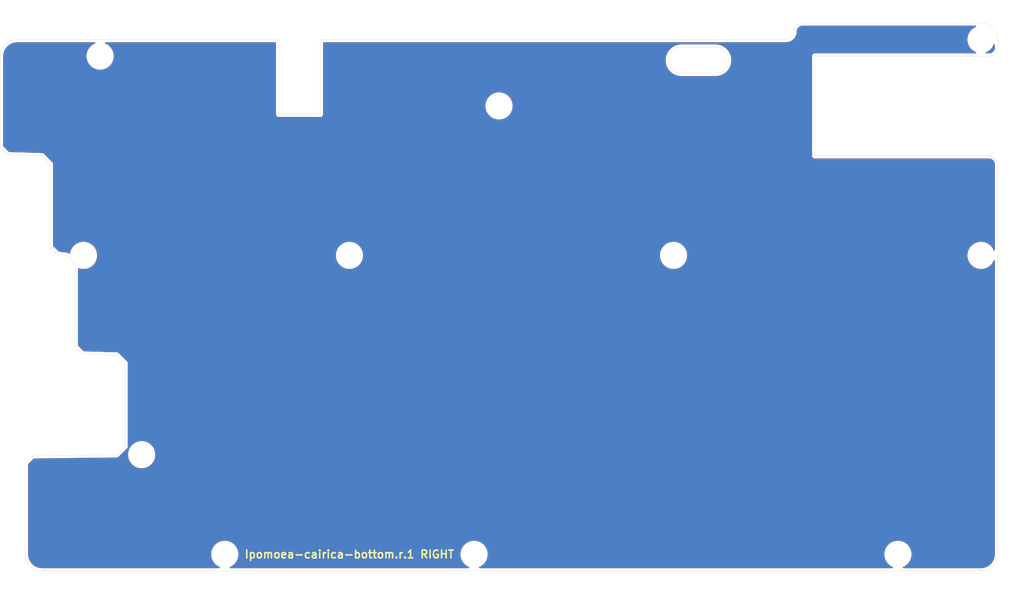
<source format=kicad_pcb>
(kicad_pcb (version 20171130) (host pcbnew "(5.1.5)-3")

  (general
    (thickness 1.6)
    (drawings 28)
    (tracks 0)
    (zones 0)
    (modules 15)
    (nets 1)
  )

  (page A4)
  (layers
    (0 F.Cu signal)
    (31 B.Cu signal)
    (32 B.Adhes user)
    (33 F.Adhes user)
    (34 B.Paste user)
    (35 F.Paste user)
    (36 B.SilkS user)
    (37 F.SilkS user)
    (38 B.Mask user)
    (39 F.Mask user)
    (40 Dwgs.User user)
    (41 Cmts.User user)
    (42 Eco1.User user)
    (43 Eco2.User user)
    (44 Edge.Cuts user)
    (45 Margin user)
    (46 B.CrtYd user)
    (47 F.CrtYd user)
    (48 B.Fab user)
    (49 F.Fab user)
  )

  (setup
    (last_trace_width 0.25)
    (trace_clearance 0.2)
    (zone_clearance 0.508)
    (zone_45_only no)
    (trace_min 0.2)
    (via_size 0.8)
    (via_drill 0.4)
    (via_min_size 0.4)
    (via_min_drill 0.3)
    (uvia_size 0.3)
    (uvia_drill 0.1)
    (uvias_allowed no)
    (uvia_min_size 0.2)
    (uvia_min_drill 0.1)
    (edge_width 0.05)
    (segment_width 0.2)
    (pcb_text_width 0.3)
    (pcb_text_size 1.5 1.5)
    (mod_edge_width 0.12)
    (mod_text_size 1 1)
    (mod_text_width 0.15)
    (pad_size 4.8 4.8)
    (pad_drill 4.8)
    (pad_to_mask_clearance 0.051)
    (solder_mask_min_width 0.25)
    (aux_axis_origin 0 0)
    (visible_elements 7FFFFFFF)
    (pcbplotparams
      (layerselection 0x010f0_ffffffff)
      (usegerberextensions true)
      (usegerberattributes false)
      (usegerberadvancedattributes false)
      (creategerberjobfile false)
      (excludeedgelayer true)
      (linewidth 0.100000)
      (plotframeref false)
      (viasonmask false)
      (mode 1)
      (useauxorigin false)
      (hpglpennumber 1)
      (hpglpenspeed 20)
      (hpglpendiameter 15.000000)
      (psnegative false)
      (psa4output false)
      (plotreference true)
      (plotvalue true)
      (plotinvisibletext false)
      (padsonsilk false)
      (subtractmaskfromsilk true)
      (outputformat 1)
      (mirror false)
      (drillshape 0)
      (scaleselection 1)
      (outputdirectory "../GERBER/Ipomoea-cairica-bottom_RIGHT"))
  )

  (net 0 "")

  (net_class Default "これはデフォルトのネット クラスです。"
    (clearance 0.2)
    (trace_width 0.25)
    (via_dia 0.8)
    (via_drill 0.4)
    (uvia_dia 0.3)
    (uvia_drill 0.1)
  )

  (module Ipomoea-cairica:M2_SCREW_HOLE_CL (layer F.Cu) (tedit 5E5669A5) (tstamp 5E530EF4)
    (at 222.25 31.75)
    (attr virtual)
    (fp_text reference M2_SPACER_HOLE_004 (at -0.95 -0.55) (layer F.Fab) hide
      (effects (font (size 1 1) (thickness 0.15)))
    )
    (fp_text value Val** (at 0 0.55) (layer F.Fab) hide
      (effects (font (size 1 1) (thickness 0.15)))
    )
    (pad "" np_thru_hole circle (at 0 0) (size 2.2 2.2) (drill 2.2) (layers *.Cu *.Mask)
      (clearance 1.5))
  )

  (module Ipomoea-cairica:M2_SCREW_HOLE_CL (layer F.Cu) (tedit 5E5669A5) (tstamp 5E52562B)
    (at 169.8625 117.475)
    (attr virtual)
    (fp_text reference M2_SPACER_HOLE_002 (at -0.95 -0.55) (layer F.Fab) hide
      (effects (font (size 1 1) (thickness 0.15)))
    )
    (fp_text value Val** (at 0 0.55) (layer F.Fab) hide
      (effects (font (size 1 1) (thickness 0.15)))
    )
    (pad "" np_thru_hole circle (at 0 0) (size 2.2 2.2) (drill 2.2) (layers *.Cu *.Mask)
      (clearance 1.5))
  )

  (module Ipomoea-cairica:M2_SCREW_HOLE_CL (layer F.Cu) (tedit 5E5669A5) (tstamp 5E530222)
    (at 314.325 60.325)
    (attr virtual)
    (fp_text reference M2_SPACER_HOLE_007 (at -0.95 -0.55) (layer F.Fab) hide
      (effects (font (size 1 1) (thickness 0.15)))
    )
    (fp_text value Val** (at 0 0.55) (layer F.Fab) hide
      (effects (font (size 1 1) (thickness 0.15)))
    )
    (pad "" np_thru_hole circle (at 0 0) (size 2.2 2.2) (drill 2.2) (layers *.Cu *.Mask)
      (clearance 1.5))
  )

  (module Ipomoea-cairica:M2_SCREW_HOLE_CL (layer F.Cu) (tedit 5E5669A5) (tstamp 5E5301EC)
    (at 298.45 117.475)
    (attr virtual)
    (fp_text reference M2_SPACER_HOLE_009 (at -0.95 -0.55) (layer F.Fab) hide
      (effects (font (size 1 1) (thickness 0.15)))
    )
    (fp_text value Val** (at 0 0.55) (layer F.Fab) hide
      (effects (font (size 1 1) (thickness 0.15)))
    )
    (pad "" np_thru_hole circle (at 0 0) (size 2.2 2.2) (drill 2.2) (layers *.Cu *.Mask)
      (clearance 1.5))
  )

  (module Ipomoea-cairica:M2_SCREW_HOLE_CL (layer F.Cu) (tedit 5E5669A5) (tstamp 5E5301E0)
    (at 217.4875 117.475)
    (attr virtual)
    (fp_text reference M2_SPACER_HOLE_010 (at -0.95 -0.55) (layer F.Fab) hide
      (effects (font (size 1 1) (thickness 0.15)))
    )
    (fp_text value Val** (at 0 0.55) (layer F.Fab) hide
      (effects (font (size 1 1) (thickness 0.15)))
    )
    (pad "" np_thru_hole circle (at 0 0) (size 2.2 2.2) (drill 2.2) (layers *.Cu *.Mask)
      (clearance 1.5))
  )

  (module Ipomoea-cairica:M2_SCREW_HOLE_CL (layer F.Cu) (tedit 5E5669A5) (tstamp 5E52F9C9)
    (at 314.325 19.05)
    (attr virtual)
    (fp_text reference M2_SPACER_HOLE_011 (at -0.95 -0.55) (layer F.Fab) hide
      (effects (font (size 1 1) (thickness 0.15)))
    )
    (fp_text value Val** (at 0 0.55) (layer F.Fab) hide
      (effects (font (size 1 1) (thickness 0.15)))
    )
    (pad "" np_thru_hole circle (at 0 0) (size 2.2 2.2) (drill 2.2) (layers *.Cu *.Mask)
      (clearance 1.5))
  )

  (module Ipomoea-cairica:M2_SCREW_HOLE_CL (layer F.Cu) (tedit 5E5669A5) (tstamp 5E52F9C1)
    (at 146.05 22.225)
    (attr virtual)
    (fp_text reference M2_SPACER_HOLE_012 (at -0.95 -0.55) (layer F.Fab) hide
      (effects (font (size 1 1) (thickness 0.15)))
    )
    (fp_text value Val** (at 0 0.55) (layer F.Fab) hide
      (effects (font (size 1 1) (thickness 0.15)))
    )
    (pad "" np_thru_hole circle (at 0 0) (size 2.2 2.2) (drill 2.2) (layers *.Cu *.Mask)
      (clearance 1.5))
  )

  (module Ipomoea-cairica:M2_SCREW_HOLE_CL (layer F.Cu) (tedit 5E5669A5) (tstamp 5E52F9B9)
    (at 255.5875 60.325)
    (attr virtual)
    (fp_text reference M2_SPACER_HOLE_013 (at -0.95 -0.55) (layer F.Fab) hide
      (effects (font (size 1 1) (thickness 0.15)))
    )
    (fp_text value Val** (at 0 0.55) (layer F.Fab) hide
      (effects (font (size 1 1) (thickness 0.15)))
    )
    (pad "" np_thru_hole circle (at 0 0) (size 2.2 2.2) (drill 2.2) (layers *.Cu *.Mask)
      (clearance 1.5))
  )

  (module Ipomoea-cairica:M2_SCREW_HOLE_CL (layer F.Cu) (tedit 5E5669A5) (tstamp 5E52F354)
    (at 142.875 60.325)
    (attr virtual)
    (fp_text reference M2_SPACER_HOLE_017 (at -0.95 -0.55) (layer F.Fab) hide
      (effects (font (size 1 1) (thickness 0.15)))
    )
    (fp_text value Val** (at 0 0.55) (layer F.Fab) hide
      (effects (font (size 1 1) (thickness 0.15)))
    )
    (pad "" np_thru_hole circle (at 0 0) (size 2.2 2.2) (drill 2.2) (layers *.Cu *.Mask)
      (clearance 1.5))
  )

  (module Ipomoea-cairica:M2_SCREW_HOLE_CL (layer F.Cu) (tedit 5E5669A5) (tstamp 5E52F34C)
    (at 153.9875 98.425)
    (attr virtual)
    (fp_text reference M2_SPACER_HOLE_019 (at -0.95 -0.55) (layer F.Fab) hide
      (effects (font (size 1 1) (thickness 0.15)))
    )
    (fp_text value Val** (at 0 0.55) (layer F.Fab) hide
      (effects (font (size 1 1) (thickness 0.15)))
    )
    (pad "" np_thru_hole circle (at 0 0) (size 2.2 2.2) (drill 2.2) (layers *.Cu *.Mask)
      (clearance 1.5))
  )

  (module Ipomoea-cairica:M2_SCREW_HOLE_CL (layer F.Cu) (tedit 5E5669A5) (tstamp 5E52559F)
    (at 193.675 60.325)
    (attr virtual)
    (fp_text reference M2_SPACER_HOLE_003 (at -0.95 -0.55) (layer F.Fab) hide
      (effects (font (size 1 1) (thickness 0.15)))
    )
    (fp_text value Val** (at 0 0.55) (layer F.Fab) hide
      (effects (font (size 1 1) (thickness 0.15)))
    )
    (pad "" np_thru_hole circle (at 0 0) (size 2.2 2.2) (drill 2.2) (layers *.Cu *.Mask)
      (clearance 1.5))
  )

  (module Ipomoea-cairica:CUT_HOLE_CENTER_RIGHT (layer F.Cu) (tedit 5E56608B) (tstamp 5E52B174)
    (at 141.2875 69.85)
    (fp_text reference CUT_HOLE_CENTER (at 0 1.5875) (layer Dwgs.User)
      (effects (font (size 1 1) (thickness 0.15)))
    )
    (fp_text value CUT_HOLE_CENTER_RIGHT (at 0 -1.5875) (layer Dwgs.User)
      (effects (font (size 1 1) (thickness 0.15)))
    )
    (fp_line (start -14.2875 -30.1625) (end -12.9 -28.7745) (layer Edge.Cuts) (width 0.05))
    (fp_line (start -4.7625 -11.1125) (end -3.375 -9.7245) (layer Edge.Cuts) (width 0.05))
    (fp_line (start -9.525 30.1625) (end -8.137 28.775) (layer Edge.Cuts) (width 0.05))
    (fp_line (start 0 7.9375) (end 1.3875 9.3255) (layer Edge.Cuts) (width 0.05))
    (fp_line (start 7.9375 28.575) (end 9.525 26.9875) (layer Edge.Cuts) (width 0.05))
    (fp_line (start -6.35 -28.575) (end -4.7625 -26.9875) (layer Edge.Cuts) (width 0.05))
    (fp_line (start -1.5875 -9.525) (end 0 -7.9375) (layer Edge.Cuts) (width 0.05))
    (fp_line (start 7.9375 9.525) (end 9.525 11.1125) (layer Edge.Cuts) (width 0.05))
    (fp_line (start -9.525 30.1625) (end -9.525 47.625) (layer Edge.Cuts) (width 0.05))
    (fp_line (start 7.9375 28.575) (end -8.137 28.775) (layer Edge.Cuts) (width 0.05))
    (fp_line (start 9.5255 11.1125) (end 9.525 26.9875) (layer Edge.Cuts) (width 0.05))
    (fp_line (start 1.3875 9.3255) (end 7.9375 9.525) (layer Edge.Cuts) (width 0.05))
    (fp_line (start 0 -7.9375) (end 0 7.9375) (layer Edge.Cuts) (width 0.05))
    (fp_line (start -3.375 -9.7245) (end -1.5875 -9.525) (layer Edge.Cuts) (width 0.05))
    (fp_line (start -4.7625 -26.9875) (end -4.7625 -11.1125) (layer Edge.Cuts) (width 0.05))
    (fp_line (start -12.9 -28.7745) (end -6.35 -28.575) (layer Edge.Cuts) (width 0.05))
    (fp_line (start -14.2875 -47.625) (end -14.2875 -30.1625) (layer Edge.Cuts) (width 0.05))
  )

  (module Ipomoea-cairica:ResetSW_1side_HOLE (layer B.Cu) (tedit 5E52BCDB) (tstamp 5E52BBC6)
    (at 260.35 23.01875 180)
    (path /5E9D02A8)
    (fp_text reference SW_RST2 (at 0 -2.55) (layer Dwgs.User) hide
      (effects (font (size 1 1) (thickness 0.15)))
    )
    (fp_text value SW_PUSH (at 0 2.55) (layer B.Fab)
      (effects (font (size 1 1) (thickness 0.15)) (justify mirror))
    )
    (fp_line (start -3.25 -2.5) (end 3.25 -2.5) (layer Edge.Cuts) (width 0.05))
    (fp_line (start -3.25 2.5) (end 3.25 2.5) (layer Edge.Cuts) (width 0.05))
    (fp_arc (start 3.25 0) (end 3.25 -2.5) (angle 180) (layer Edge.Cuts) (width 0.05))
    (fp_arc (start -3.25 0) (end -3.25 2.5) (angle 180) (layer Edge.Cuts) (width 0.05))
    (fp_circle (center -3.25 0) (end -2.25 0) (layer Dwgs.User) (width 0.12))
    (fp_circle (center 3.25 0) (end 4.25 0) (layer Dwgs.User) (width 0.12))
    (fp_text user RESET (at 0 0) (layer Dwgs.User)
      (effects (font (size 1 1) (thickness 0.15)))
    )
    (fp_line (start 3 1.75) (end 3 1.5) (layer Dwgs.User) (width 0.15))
    (fp_line (start -3 1.75) (end 3 1.75) (layer Dwgs.User) (width 0.15))
    (fp_line (start -3 1.75) (end -3 1.5) (layer Dwgs.User) (width 0.15))
    (fp_line (start -3 -1.75) (end -3 -1.5) (layer Dwgs.User) (width 0.15))
    (fp_line (start 3 -1.75) (end 3 -1.5) (layer Dwgs.User) (width 0.15))
    (fp_line (start -3 -1.75) (end 3 -1.75) (layer Dwgs.User) (width 0.15))
  )

  (module Ipomoea-cairica:ProMicro_Layout (layer F.Cu) (tedit 5E5274C1) (tstamp 5E52749E)
    (at 298.45 32.015 270)
    (path /5E706045)
    (fp_text reference U2 (at 0 0.5 90) (layer Dwgs.User)
      (effects (font (size 1 1) (thickness 0.15)))
    )
    (fp_text value ProMicro_Layout (at 0 -0.5 90) (layer F.Fab)
      (effects (font (size 1 1) (thickness 0.15)))
    )
    (fp_circle (center -7.62 13.97) (end -6.858 13.97) (layer Dwgs.User) (width 0.12))
    (fp_circle (center -7.62 11.43) (end -6.858 11.43) (layer Dwgs.User) (width 0.12))
    (fp_circle (center -7.62 6.35) (end -6.858 6.35) (layer Dwgs.User) (width 0.12))
    (fp_circle (center -7.62 -1.27) (end -6.858 -1.27) (layer Dwgs.User) (width 0.12))
    (fp_circle (center -7.62 1.27) (end -6.858 1.27) (layer Dwgs.User) (width 0.12))
    (fp_circle (center -7.62 8.89) (end -6.858 8.89) (layer Dwgs.User) (width 0.12))
    (fp_circle (center -7.62 3.81) (end -6.858 3.81) (layer Dwgs.User) (width 0.12))
    (fp_circle (center -7.62 -3.81) (end -6.858 -3.81) (layer Dwgs.User) (width 0.12))
    (fp_circle (center -7.62 -6.35) (end -6.858 -6.35) (layer Dwgs.User) (width 0.12))
    (fp_circle (center -7.62 -8.89) (end -6.858 -8.89) (layer Dwgs.User) (width 0.12))
    (fp_circle (center -7.62 -11.43) (end -6.858 -11.43) (layer Dwgs.User) (width 0.12))
    (fp_circle (center -7.62 -13.97) (end -6.858 -13.97) (layer Dwgs.User) (width 0.12))
    (fp_circle (center 7.62 13.97) (end 8.382 13.97) (layer Dwgs.User) (width 0.12))
    (fp_circle (center 7.62 11.43) (end 8.382 11.43) (layer Dwgs.User) (width 0.12))
    (fp_circle (center 7.62 8.89) (end 8.382 8.89) (layer Dwgs.User) (width 0.12))
    (fp_circle (center 7.62 -3.81) (end 8.382 -3.81) (layer Dwgs.User) (width 0.12))
    (fp_circle (center 7.62 6.35) (end 8.382 6.35) (layer Dwgs.User) (width 0.12))
    (fp_circle (center 7.62 3.81) (end 8.382 3.81) (layer Dwgs.User) (width 0.12))
    (fp_circle (center 7.62 -1.27) (end 8.382 -1.27) (layer Dwgs.User) (width 0.12))
    (fp_circle (center 7.62 1.27) (end 8.382 1.27) (layer Dwgs.User) (width 0.12))
    (fp_circle (center 7.62 -6.35) (end 8.382 -6.35) (layer Dwgs.User) (width 0.12))
    (fp_circle (center 7.62 -8.89) (end 8.382 -8.89) (layer Dwgs.User) (width 0.12))
    (fp_circle (center 7.62 -11.43) (end 8.382 -11.43) (layer Dwgs.User) (width 0.12))
    (fp_circle (center 7.62 -13.97) (end 8.382 -13.97) (layer Dwgs.User) (width 0.12))
    (fp_circle (center -7.62 -16.51) (end -6.858 -16.51) (layer Dwgs.User) (width 0.12))
    (fp_circle (center 7.62 -16.51) (end 8.382 -16.51) (layer Dwgs.User) (width 0.12))
    (fp_text user ProMicro (at 0 13.97 270 unlocked) (layer Dwgs.User)
      (effects (font (size 1 1) (thickness 0.15)) (justify mirror))
    )
    (fp_text user D3 (at 5.08 -13.97 90) (layer Dwgs.User)
      (effects (font (size 0.8 0.8) (thickness 0.15)) (justify mirror))
    )
    (fp_text user F6 (at -5.08 1.27 270 unlocked) (layer Dwgs.User)
      (effects (font (size 0.8 0.8) (thickness 0.15)) (justify mirror))
    )
    (fp_text user B3 (at -5.08 8.89 270 unlocked) (layer Dwgs.User)
      (effects (font (size 0.8 0.8) (thickness 0.15)) (justify mirror))
    )
    (fp_text user D0 (at 5.08 -1.27 270 unlocked) (layer Dwgs.User)
      (effects (font (size 0.8 0.8) (thickness 0.15)) (justify mirror))
    )
    (fp_text user D7 (at 5.08 6.35 270 unlocked) (layer Dwgs.User)
      (effects (font (size 0.8 0.8) (thickness 0.15)) (justify mirror))
    )
    (fp_text user C6 (at 5.08 3.81 270 unlocked) (layer Dwgs.User)
      (effects (font (size 0.8 0.8) (thickness 0.15)) (justify mirror))
    )
    (fp_text user F7 (at -5.08 3.81 270 unlocked) (layer Dwgs.User)
      (effects (font (size 0.8 0.8) (thickness 0.15)) (justify mirror))
    )
    (fp_text user B5 (at 5.08 13.97 270 unlocked) (layer Dwgs.User)
      (effects (font (size 0.8 0.8) (thickness 0.15)) (justify mirror))
    )
    (fp_text user B6 (at -5.08 13.97 270 unlocked) (layer Dwgs.User)
      (effects (font (size 0.8 0.8) (thickness 0.15)) (justify mirror))
    )
    (fp_text user D1 (at 5.08 -3.81 270 unlocked) (layer Dwgs.User)
      (effects (font (size 0.8 0.8) (thickness 0.15)) (justify mirror))
    )
    (fp_text user F5 (at -5.08 -1.27 270 unlocked) (layer Dwgs.User)
      (effects (font (size 0.8 0.8) (thickness 0.15)) (justify mirror))
    )
    (fp_text user B4 (at 5.08 11.43 270 unlocked) (layer Dwgs.User)
      (effects (font (size 0.8 0.8) (thickness 0.15)) (justify mirror))
    )
    (fp_text user F4 (at -5.08 -3.81 270 unlocked) (layer Dwgs.User)
      (effects (font (size 0.8 0.8) (thickness 0.15)) (justify mirror))
    )
    (fp_text user RST (at -5.08 -8.89 270 unlocked) (layer Dwgs.User)
      (effects (font (size 0.8 0.8) (thickness 0.15)) (justify mirror))
    )
    (fp_text user VCC (at -5.08 -6.35 270 unlocked) (layer Dwgs.User)
      (effects (font (size 0.8 0.8) (thickness 0.15)) (justify mirror))
    )
    (fp_text user GND (at -5.08 -11.43 270 unlocked) (layer Dwgs.User)
      (effects (font (size 0.8 0.8) (thickness 0.15)) (justify mirror))
    )
    (fp_text user GND (at 5.08 -6.35 270 unlocked) (layer Dwgs.User)
      (effects (font (size 0.8 0.8) (thickness 0.15)) (justify mirror))
    )
    (fp_text user E6 (at 5.08 8.89 270 unlocked) (layer Dwgs.User)
      (effects (font (size 0.8 0.8) (thickness 0.15)) (justify mirror))
    )
    (fp_text user D2 (at 5.08 -11.43 270 unlocked) (layer Dwgs.User)
      (effects (font (size 0.8 0.8) (thickness 0.15)) (justify mirror))
    )
    (fp_text user GND (at 5.08 -8.89 270 unlocked) (layer Dwgs.User)
      (effects (font (size 0.8 0.8) (thickness 0.15)) (justify mirror))
    )
    (fp_text user D4 (at 5.08 1.27 270 unlocked) (layer Dwgs.User)
      (effects (font (size 0.8 0.8) (thickness 0.15)) (justify mirror))
    )
    (fp_text user B2 (at -5.08 11.43 270 unlocked) (layer Dwgs.User)
      (effects (font (size 0.8 0.8) (thickness 0.15)) (justify mirror))
    )
    (fp_text user RAW (at -5.08 -13.97 270 unlocked) (layer Dwgs.User)
      (effects (font (size 0.8 0.8) (thickness 0.15)) (justify mirror))
    )
    (fp_text user B1 (at -5.08 6.35 90) (layer Dwgs.User)
      (effects (font (size 0.8 0.8) (thickness 0.15)) (justify mirror))
    )
    (fp_line (start 8.89 -17.78) (end 8.89 15.24) (layer Dwgs.User) (width 0.2))
    (fp_line (start -8.89 15.24) (end -8.89 -17.78) (layer Dwgs.User) (width 0.2))
    (fp_line (start 3.81 -19.05) (end -3.81 -19.05) (layer Dwgs.User) (width 0.2))
    (fp_line (start 8.89 15.24) (end -8.89 15.24) (layer Dwgs.User) (width 0.2))
    (fp_line (start -3.81 -19.05) (end -3.81 -15.24) (layer Dwgs.User) (width 0.2))
    (fp_line (start 3.81 -15.24) (end 3.81 -19.05) (layer Dwgs.User) (width 0.2))
    (fp_line (start -3.81 -15.24) (end 3.81 -15.24) (layer Dwgs.User) (width 0.2))
    (fp_line (start -8.89 -17.78) (end 8.89 -17.78) (layer Dwgs.User) (width 0.2))
  )

  (module Ipomoea-cairica:MJ-4PP-9_1side_Layout (layer B.Cu) (tedit 5E52751B) (tstamp 5E526C0C)
    (at 184.15 20.6375 180)
    (path /5E70603F)
    (fp_text reference J2 (at -0.85 -4.95) (layer B.Fab)
      (effects (font (size 1 1) (thickness 0.15)) (justify mirror))
    )
    (fp_text value MJ-4PP-9 (at 0 -14) (layer B.Fab) hide
      (effects (font (size 1 1) (thickness 0.15)) (justify mirror))
    )
    (fp_circle (center -2.1 -12.18) (end -1.25 -12.18) (layer Dwgs.User) (width 0.12))
    (fp_text user TRRS (at -0.75 -6.45) (layer Dwgs.User)
      (effects (font (size 1 1) (thickness 0.15)))
    )
    (fp_line (start -3 -12) (end -3 0) (layer Dwgs.User) (width 0.15))
    (fp_line (start 3 -12) (end -3 -12) (layer Dwgs.User) (width 0.15))
    (fp_line (start 3 0) (end 3 -12) (layer Dwgs.User) (width 0.15))
    (fp_line (start -3 0) (end 3 0) (layer Dwgs.User) (width 0.15))
    (model "../../../../../../Users/pluis/Documents/Magic Briefcase/Documents/KiCad/3d/AB2_TRS_3p5MM_PTH.wrl"
      (at (xyz 0 0 0))
      (scale (xyz 0.42 0.42 0.42))
      (rotate (xyz 0 0 90))
    )
  )

  (dimension 104.775 (width 0.15) (layer Dwgs.User)
    (gr_text "104.775 mm" (at 321.18125 68.2625 270) (layer Dwgs.User)
      (effects (font (size 1 1) (thickness 0.15)))
    )
    (feature1 (pts (xy 317.5 120.65) (xy 320.467671 120.65)))
    (feature2 (pts (xy 317.5 15.875) (xy 320.467671 15.875)))
    (crossbar (pts (xy 319.88125 15.875) (xy 319.88125 120.65)))
    (arrow1a (pts (xy 319.88125 120.65) (xy 319.294829 119.523496)))
    (arrow1b (pts (xy 319.88125 120.65) (xy 320.467671 119.523496)))
    (arrow2a (pts (xy 319.88125 15.875) (xy 319.294829 17.001504)))
    (arrow2b (pts (xy 319.88125 15.875) (xy 320.467671 17.001504)))
  )
  (dimension 190.5 (width 0.15) (layer Dwgs.User)
    (gr_text "190.500 mm" (at 222.25 12.19375) (layer Dwgs.User)
      (effects (font (size 1 1) (thickness 0.15)))
    )
    (feature1 (pts (xy 317.5 15.875) (xy 317.5 12.907329)))
    (feature2 (pts (xy 127 15.875) (xy 127 12.907329)))
    (crossbar (pts (xy 127 13.49375) (xy 317.5 13.49375)))
    (arrow1a (pts (xy 317.5 13.49375) (xy 316.373496 14.080171)))
    (arrow1b (pts (xy 317.5 13.49375) (xy 316.373496 12.907329)))
    (arrow2a (pts (xy 127 13.49375) (xy 128.126504 14.080171)))
    (arrow2b (pts (xy 127 13.49375) (xy 128.126504 12.907329)))
  )
  (gr_line (start 282.575 22.225) (end 315.9125 22.225) (layer Edge.Cuts) (width 0.05) (tstamp 5E53A4C5))
  (gr_line (start 317.5 19.05) (end 317.5 20.6375) (layer Edge.Cuts) (width 0.05) (tstamp 5E553999))
  (gr_arc (start 315.9125 42.8625) (end 315.9125 41.275) (angle 90) (layer Edge.Cuts) (width 0.05) (tstamp 5E553998))
  (gr_arc (start 315.9125 20.6375) (end 317.5 20.6375) (angle 90) (layer Edge.Cuts) (width 0.05) (tstamp 5E553997))
  (gr_line (start 314.325 15.875) (end 280.19375 15.875) (layer Edge.Cuts) (width 0.05) (tstamp 5E56CA0B))
  (gr_arc (start 280.19375 17.4625) (end 278.60625 17.4625) (angle 90) (layer Edge.Cuts) (width 0.05) (tstamp 5E56CA0A))
  (gr_arc (start 277.01875 17.4625) (end 278.60625 17.4625) (angle 90) (layer Edge.Cuts) (width 0.05) (tstamp 5E56CA09))
  (gr_arc (start 314.325 19.05) (end 314.325 15.875) (angle 90) (layer Edge.Cuts) (width 0.05) (tstamp 5E56CA08))
  (gr_text "Ipomoea-cairica-bottom.r.1 RIGHT" (at 193.675 117.475) (layer F.SilkS) (tstamp 5E5377A6)
    (effects (font (size 1.5 1.5) (thickness 0.3)))
  )
  (gr_text Ipomoea-cairica (at 193.675 117.475) (layer B.Mask) (tstamp 5E5377A5)
    (effects (font (size 1.5 1.5) (thickness 0.3)) (justify mirror))
  )
  (gr_line (start 188.11875 19.05) (end 277.01875 19.05) (layer Edge.Cuts) (width 0.05) (tstamp 5E5407FA))
  (gr_line (start 180.18125 33.3375) (end 188.11875 33.3375) (layer Edge.Cuts) (width 0.05) (tstamp 5E5407F4))
  (gr_line (start 180.18125 33.3375) (end 180.18125 19.05) (layer Edge.Cuts) (width 0.05) (tstamp 5E5407F0))
  (gr_line (start 188.11875 33.3375) (end 188.11875 19.05) (layer Edge.Cuts) (width 0.05) (tstamp 5E5407EF))
  (gr_line (start 315.9125 41.275) (end 282.575 41.275) (layer Edge.Cuts) (width 0.05) (tstamp 5E53A4C7))
  (gr_line (start 282.575 22.225) (end 282.575 41.275) (layer Edge.Cuts) (width 0.05) (tstamp 5E53A4C6))
  (gr_arc (start 130.175 22.225) (end 130.175 19.05) (angle -90) (layer Edge.Cuts) (width 0.05) (tstamp 5E5346B3))
  (gr_arc (start 134.9375 117.475) (end 131.7625 117.475) (angle -90) (layer Edge.Cuts) (width 0.05) (tstamp 5E593759))
  (gr_line (start 130.175 19.05) (end 180.18125 19.05) (layer Edge.Cuts) (width 0.05) (tstamp 5E531695))
  (gr_line (start 134.9375 120.65) (end 314.325 120.65) (layer Edge.Cuts) (width 0.05) (tstamp 5E59373B))
  (gr_arc (start 314.325 117.475) (end 314.325 120.65) (angle -90) (layer Edge.Cuts) (width 0.05) (tstamp 5E593717))
  (gr_line (start 317.5 42.8625) (end 317.5 117.475) (layer Edge.Cuts) (width 0.05))
  (gr_text "JIS RALT 1.25u\nUS .DEL 1u" (at 219.075 122.2375) (layer Dwgs.User) (tstamp 5E542239)
    (effects (font (size 1.5 1.5) (thickness 0.3)) (justify left))
  )
  (gr_text "JIS KANA 1.25u\nUS GUI 1.25u" (at 196.85 122.2375) (layer Dwgs.User) (tstamp 5E542236)
    (effects (font (size 1.5 1.5) (thickness 0.3)) (justify left))
  )
  (gr_text "JIS HEN 1.25u\nUS RALT 1.25u" (at 173.0375 122.2375) (layer Dwgs.User) (tstamp 5E542232)
    (effects (font (size 1.5 1.5) (thickness 0.3)) (justify left))
  )
  (gr_text "00 2u" (at 141.2875 122.2375) (layer Dwgs.User) (tstamp 5E54222F)
    (effects (font (size 1.5 1.5) (thickness 0.3)) (justify left))
  )

  (zone (net 0) (net_name "") (layer B.Cu) (tstamp 5E567180) (hatch edge 0.508)
    (connect_pads (clearance 0.508))
    (min_thickness 0.254)
    (fill yes (arc_segments 32) (thermal_gap 0.508) (thermal_bridge_width 0.508))
    (polygon
      (pts
        (xy 317.5 120.65) (xy 127 120.65) (xy 127 15.875) (xy 317.5 15.875)
      )
    )
    (filled_polygon
      (pts
        (xy 313.033281 16.633364) (xy 312.586639 16.931801) (xy 312.206801 17.311639) (xy 311.908364 17.758281) (xy 311.702797 18.254563)
        (xy 311.598 18.781414) (xy 311.598 19.318586) (xy 311.702797 19.845437) (xy 311.908364 20.341719) (xy 312.206801 20.788361)
        (xy 312.586639 21.168199) (xy 313.033281 21.466636) (xy 313.270752 21.565) (xy 282.607419 21.565) (xy 282.575 21.561807)
        (xy 282.509298 21.568278) (xy 282.445617 21.57455) (xy 282.321207 21.61229) (xy 282.20655 21.673575) (xy 282.106052 21.756052)
        (xy 282.023575 21.85655) (xy 281.96229 21.971207) (xy 281.92455 22.095617) (xy 281.911807 22.225) (xy 281.915 22.257419)
        (xy 281.915001 41.242571) (xy 281.911807 41.275) (xy 281.92455 41.404383) (xy 281.96229 41.528793) (xy 282.023575 41.64345)
        (xy 282.106052 41.743948) (xy 282.20655 41.826425) (xy 282.321207 41.88771) (xy 282.445617 41.92545) (xy 282.542581 41.935)
        (xy 282.575 41.938193) (xy 282.607419 41.935) (xy 315.880221 41.935) (xy 316.092038 41.955769) (xy 316.264737 42.00791)
        (xy 316.424018 42.092602) (xy 316.563819 42.206619) (xy 316.678808 42.345617) (xy 316.76461 42.504305) (xy 316.817955 42.676635)
        (xy 316.84 42.88638) (xy 316.84 59.270753) (xy 316.741636 59.033281) (xy 316.443199 58.586639) (xy 316.063361 58.206801)
        (xy 315.616719 57.908364) (xy 315.120437 57.702797) (xy 314.593586 57.598) (xy 314.056414 57.598) (xy 313.529563 57.702797)
        (xy 313.033281 57.908364) (xy 312.586639 58.206801) (xy 312.206801 58.586639) (xy 311.908364 59.033281) (xy 311.702797 59.529563)
        (xy 311.598 60.056414) (xy 311.598 60.593586) (xy 311.702797 61.120437) (xy 311.908364 61.616719) (xy 312.206801 62.063361)
        (xy 312.586639 62.443199) (xy 313.033281 62.741636) (xy 313.529563 62.947203) (xy 314.056414 63.052) (xy 314.593586 63.052)
        (xy 315.120437 62.947203) (xy 315.616719 62.741636) (xy 316.063361 62.443199) (xy 316.443199 62.063361) (xy 316.741636 61.616719)
        (xy 316.84 61.379247) (xy 316.840001 117.442712) (xy 316.788998 117.962883) (xy 316.647307 118.432186) (xy 316.417161 118.865028)
        (xy 316.107323 119.244927) (xy 315.7296 119.557406) (xy 315.298373 119.790569) (xy 314.830073 119.935532) (xy 314.311847 119.99)
        (xy 299.504248 119.99) (xy 299.741719 119.891636) (xy 300.188361 119.593199) (xy 300.568199 119.213361) (xy 300.866636 118.766719)
        (xy 301.072203 118.270437) (xy 301.177 117.743586) (xy 301.177 117.206414) (xy 301.072203 116.679563) (xy 300.866636 116.183281)
        (xy 300.568199 115.736639) (xy 300.188361 115.356801) (xy 299.741719 115.058364) (xy 299.245437 114.852797) (xy 298.718586 114.748)
        (xy 298.181414 114.748) (xy 297.654563 114.852797) (xy 297.158281 115.058364) (xy 296.711639 115.356801) (xy 296.331801 115.736639)
        (xy 296.033364 116.183281) (xy 295.827797 116.679563) (xy 295.723 117.206414) (xy 295.723 117.743586) (xy 295.827797 118.270437)
        (xy 296.033364 118.766719) (xy 296.331801 119.213361) (xy 296.711639 119.593199) (xy 297.158281 119.891636) (xy 297.395752 119.99)
        (xy 218.541748 119.99) (xy 218.779219 119.891636) (xy 219.225861 119.593199) (xy 219.605699 119.213361) (xy 219.904136 118.766719)
        (xy 220.109703 118.270437) (xy 220.2145 117.743586) (xy 220.2145 117.206414) (xy 220.109703 116.679563) (xy 219.904136 116.183281)
        (xy 219.605699 115.736639) (xy 219.225861 115.356801) (xy 218.779219 115.058364) (xy 218.282937 114.852797) (xy 217.756086 114.748)
        (xy 217.218914 114.748) (xy 216.692063 114.852797) (xy 216.195781 115.058364) (xy 215.749139 115.356801) (xy 215.369301 115.736639)
        (xy 215.070864 116.183281) (xy 214.865297 116.679563) (xy 214.7605 117.206414) (xy 214.7605 117.743586) (xy 214.865297 118.270437)
        (xy 215.070864 118.766719) (xy 215.369301 119.213361) (xy 215.749139 119.593199) (xy 216.195781 119.891636) (xy 216.433252 119.99)
        (xy 170.916748 119.99) (xy 171.154219 119.891636) (xy 171.600861 119.593199) (xy 171.980699 119.213361) (xy 172.279136 118.766719)
        (xy 172.484703 118.270437) (xy 172.5895 117.743586) (xy 172.5895 117.206414) (xy 172.484703 116.679563) (xy 172.279136 116.183281)
        (xy 171.980699 115.736639) (xy 171.600861 115.356801) (xy 171.154219 115.058364) (xy 170.657937 114.852797) (xy 170.131086 114.748)
        (xy 169.593914 114.748) (xy 169.067063 114.852797) (xy 168.570781 115.058364) (xy 168.124139 115.356801) (xy 167.744301 115.736639)
        (xy 167.445864 116.183281) (xy 167.240297 116.679563) (xy 167.1355 117.206414) (xy 167.1355 117.743586) (xy 167.240297 118.270437)
        (xy 167.445864 118.766719) (xy 167.744301 119.213361) (xy 168.124139 119.593199) (xy 168.570781 119.891636) (xy 168.808252 119.99)
        (xy 134.969778 119.99) (xy 134.449617 119.938998) (xy 133.980314 119.797307) (xy 133.547472 119.567161) (xy 133.167573 119.257323)
        (xy 132.855094 118.8796) (xy 132.621931 118.448373) (xy 132.476968 117.980073) (xy 132.4225 117.461847) (xy 132.4225 100.28595)
        (xy 133.427204 99.281608) (xy 149.196681 99.085403) (xy 149.225 99.088192) (xy 149.261508 99.084596) (xy 149.265627 99.084545)
        (xy 149.293797 99.081416) (xy 149.354382 99.075449) (xy 149.358346 99.074246) (xy 149.362465 99.073789) (xy 149.420517 99.055387)
        (xy 149.478792 99.03771) (xy 149.482447 99.035757) (xy 149.486395 99.034505) (xy 149.539707 99.005151) (xy 149.59345 98.976425)
        (xy 149.596656 98.973794) (xy 149.600281 98.971798) (xy 149.646833 98.932614) (xy 149.668766 98.914614) (xy 149.671681 98.911699)
        (xy 149.699745 98.888077) (xy 149.717522 98.865858) (xy 150.426966 98.156414) (xy 151.2605 98.156414) (xy 151.2605 98.693586)
        (xy 151.365297 99.220437) (xy 151.570864 99.716719) (xy 151.869301 100.163361) (xy 152.249139 100.543199) (xy 152.695781 100.841636)
        (xy 153.192063 101.047203) (xy 153.718914 101.152) (xy 154.256086 101.152) (xy 154.782937 101.047203) (xy 155.279219 100.841636)
        (xy 155.725861 100.543199) (xy 156.105699 100.163361) (xy 156.404136 99.716719) (xy 156.609703 99.220437) (xy 156.7145 98.693586)
        (xy 156.7145 98.156414) (xy 156.609703 97.629563) (xy 156.404136 97.133281) (xy 156.105699 96.686639) (xy 155.725861 96.306801)
        (xy 155.279219 96.008364) (xy 154.782937 95.802797) (xy 154.256086 95.698) (xy 153.718914 95.698) (xy 153.192063 95.802797)
        (xy 152.695781 96.008364) (xy 152.249139 96.306801) (xy 151.869301 96.686639) (xy 151.570864 97.133281) (xy 151.365297 97.629563)
        (xy 151.2605 98.156414) (xy 150.426966 98.156414) (xy 151.256267 97.327114) (xy 151.281433 97.306462) (xy 151.3021 97.281281)
        (xy 151.302114 97.281267) (xy 151.344781 97.229278) (xy 151.363913 97.205967) (xy 151.363915 97.205963) (xy 151.363925 97.205951)
        (xy 151.402767 97.133281) (xy 151.425202 97.091312) (xy 151.425205 97.091303) (xy 151.42521 97.091293) (xy 151.444817 97.026656)
        (xy 151.462945 96.966903) (xy 151.462946 96.966893) (xy 151.462949 96.966883) (xy 151.469654 96.898802) (xy 151.472498 96.869939)
        (xy 151.472498 96.86993) (xy 151.475692 96.837501) (xy 151.4725 96.805092) (xy 151.472999 80.989841) (xy 151.475692 80.962499)
        (xy 151.473001 80.935175) (xy 151.473001 80.930102) (xy 151.463454 80.833138) (xy 151.425717 80.708727) (xy 151.364436 80.594068)
        (xy 151.281962 80.493567) (xy 151.253992 80.470611) (xy 149.721738 78.938358) (xy 149.708006 78.920546) (xy 149.675889 78.892509)
        (xy 149.668766 78.885386) (xy 149.651455 78.871179) (xy 149.610066 78.835048) (xy 149.601284 78.830005) (xy 149.59345 78.823575)
        (xy 149.544966 78.79766) (xy 149.497328 78.770301) (xy 149.487729 78.767067) (xy 149.478792 78.76229) (xy 149.426202 78.746337)
        (xy 149.374124 78.728791) (xy 149.364075 78.727491) (xy 149.354382 78.724551) (xy 149.299713 78.719167) (xy 149.277496 78.716293)
        (xy 149.267422 78.715986) (xy 149.225 78.711808) (xy 149.202619 78.714012) (xy 142.956722 78.523775) (xy 141.9475 77.51419)
        (xy 141.9475 62.892501) (xy 142.079563 62.947203) (xy 142.606414 63.052) (xy 143.143586 63.052) (xy 143.670437 62.947203)
        (xy 144.166719 62.741636) (xy 144.613361 62.443199) (xy 144.993199 62.063361) (xy 145.291636 61.616719) (xy 145.497203 61.120437)
        (xy 145.602 60.593586) (xy 145.602 60.056414) (xy 190.948 60.056414) (xy 190.948 60.593586) (xy 191.052797 61.120437)
        (xy 191.258364 61.616719) (xy 191.556801 62.063361) (xy 191.936639 62.443199) (xy 192.383281 62.741636) (xy 192.879563 62.947203)
        (xy 193.406414 63.052) (xy 193.943586 63.052) (xy 194.470437 62.947203) (xy 194.966719 62.741636) (xy 195.413361 62.443199)
        (xy 195.793199 62.063361) (xy 196.091636 61.616719) (xy 196.297203 61.120437) (xy 196.402 60.593586) (xy 196.402 60.056414)
        (xy 252.8605 60.056414) (xy 252.8605 60.593586) (xy 252.965297 61.120437) (xy 253.170864 61.616719) (xy 253.469301 62.063361)
        (xy 253.849139 62.443199) (xy 254.295781 62.741636) (xy 254.792063 62.947203) (xy 255.318914 63.052) (xy 255.856086 63.052)
        (xy 256.382937 62.947203) (xy 256.879219 62.741636) (xy 257.325861 62.443199) (xy 257.705699 62.063361) (xy 258.004136 61.616719)
        (xy 258.209703 61.120437) (xy 258.3145 60.593586) (xy 258.3145 60.056414) (xy 258.209703 59.529563) (xy 258.004136 59.033281)
        (xy 257.705699 58.586639) (xy 257.325861 58.206801) (xy 256.879219 57.908364) (xy 256.382937 57.702797) (xy 255.856086 57.598)
        (xy 255.318914 57.598) (xy 254.792063 57.702797) (xy 254.295781 57.908364) (xy 253.849139 58.206801) (xy 253.469301 58.586639)
        (xy 253.170864 59.033281) (xy 252.965297 59.529563) (xy 252.8605 60.056414) (xy 196.402 60.056414) (xy 196.297203 59.529563)
        (xy 196.091636 59.033281) (xy 195.793199 58.586639) (xy 195.413361 58.206801) (xy 194.966719 57.908364) (xy 194.470437 57.702797)
        (xy 193.943586 57.598) (xy 193.406414 57.598) (xy 192.879563 57.702797) (xy 192.383281 57.908364) (xy 191.936639 58.206801)
        (xy 191.556801 58.586639) (xy 191.258364 59.033281) (xy 191.052797 59.529563) (xy 190.948 60.056414) (xy 145.602 60.056414)
        (xy 145.497203 59.529563) (xy 145.291636 59.033281) (xy 144.993199 58.586639) (xy 144.613361 58.206801) (xy 144.166719 57.908364)
        (xy 143.670437 57.702797) (xy 143.143586 57.598) (xy 142.606414 57.598) (xy 142.079563 57.702797) (xy 141.583281 57.908364)
        (xy 141.136639 58.206801) (xy 140.756801 58.586639) (xy 140.458364 59.033281) (xy 140.252797 59.529563) (xy 140.183968 59.875588)
        (xy 140.169661 59.861281) (xy 140.127339 59.817846) (xy 140.096957 59.79697) (xy 140.06845 59.773575) (xy 140.043496 59.760237)
        (xy 140.020188 59.744222) (xy 139.986314 59.729673) (xy 139.953792 59.71229) (xy 139.926724 59.704079) (xy 139.900731 59.692915)
        (xy 139.86466 59.685252) (xy 139.829382 59.674551) (xy 139.769018 59.668606) (xy 138.21568 59.49524) (xy 137.185 58.46419)
        (xy 137.185 42.894908) (xy 137.188192 42.862499) (xy 137.185 42.83009) (xy 137.185 42.830081) (xy 137.17545 42.733117)
        (xy 137.13771 42.608707) (xy 137.110354 42.557527) (xy 137.076425 42.494049) (xy 137.014614 42.418733) (xy 137.014612 42.418731)
        (xy 136.993948 42.393552) (xy 136.96877 42.372889) (xy 135.434238 40.838358) (xy 135.420506 40.820546) (xy 135.388389 40.792509)
        (xy 135.381266 40.785386) (xy 135.363955 40.771179) (xy 135.322566 40.735048) (xy 135.313784 40.730005) (xy 135.30595 40.723575)
        (xy 135.257466 40.69766) (xy 135.209828 40.670301) (xy 135.200229 40.667067) (xy 135.191292 40.66229) (xy 135.138702 40.646337)
        (xy 135.086624 40.628791) (xy 135.076575 40.627491) (xy 135.066882 40.624551) (xy 135.012213 40.619167) (xy 134.989996 40.616293)
        (xy 134.979922 40.615986) (xy 134.9375 40.611808) (xy 134.915119 40.614012) (xy 128.669222 40.423775) (xy 127.66 39.41419)
        (xy 127.66 22.257278) (xy 127.711002 21.737116) (xy 127.852694 21.267812) (xy 128.082837 20.834975) (xy 128.392678 20.455073)
        (xy 128.770397 20.142597) (xy 129.201627 19.909431) (xy 129.669928 19.764468) (xy 130.188153 19.71) (xy 144.995752 19.71)
        (xy 144.758281 19.808364) (xy 144.311639 20.106801) (xy 143.931801 20.486639) (xy 143.633364 20.933281) (xy 143.427797 21.429563)
        (xy 143.323 21.956414) (xy 143.323 22.493586) (xy 143.427797 23.020437) (xy 143.633364 23.516719) (xy 143.931801 23.963361)
        (xy 144.311639 24.343199) (xy 144.758281 24.641636) (xy 145.254563 24.847203) (xy 145.781414 24.952) (xy 146.318586 24.952)
        (xy 146.845437 24.847203) (xy 147.341719 24.641636) (xy 147.788361 24.343199) (xy 148.168199 23.963361) (xy 148.466636 23.516719)
        (xy 148.672203 23.020437) (xy 148.777 22.493586) (xy 148.777 21.956414) (xy 148.672203 21.429563) (xy 148.466636 20.933281)
        (xy 148.168199 20.486639) (xy 147.788361 20.106801) (xy 147.341719 19.808364) (xy 147.104248 19.71) (xy 179.521251 19.71)
        (xy 179.52125 33.305081) (xy 179.518057 33.3375) (xy 179.5308 33.466883) (xy 179.56854 33.591293) (xy 179.629825 33.70595)
        (xy 179.712302 33.806448) (xy 179.8128 33.888925) (xy 179.927457 33.95021) (xy 180.051867 33.98795) (xy 180.18125 34.000693)
        (xy 180.213669 33.9975) (xy 188.086331 33.9975) (xy 188.11875 34.000693) (xy 188.151169 33.9975) (xy 188.248133 33.98795)
        (xy 188.372543 33.95021) (xy 188.4872 33.888925) (xy 188.587698 33.806448) (xy 188.670175 33.70595) (xy 188.73146 33.591293)
        (xy 188.7692 33.466883) (xy 188.781943 33.3375) (xy 188.77875 33.305081) (xy 188.77875 31.481414) (xy 219.523 31.481414)
        (xy 219.523 32.018586) (xy 219.627797 32.545437) (xy 219.833364 33.041719) (xy 220.131801 33.488361) (xy 220.511639 33.868199)
        (xy 220.958281 34.166636) (xy 221.454563 34.372203) (xy 221.981414 34.477) (xy 222.518586 34.477) (xy 223.045437 34.372203)
        (xy 223.541719 34.166636) (xy 223.988361 33.868199) (xy 224.368199 33.488361) (xy 224.666636 33.041719) (xy 224.872203 32.545437)
        (xy 224.977 32.018586) (xy 224.977 31.481414) (xy 224.872203 30.954563) (xy 224.666636 30.458281) (xy 224.368199 30.011639)
        (xy 223.988361 29.631801) (xy 223.541719 29.333364) (xy 223.045437 29.127797) (xy 222.518586 29.023) (xy 221.981414 29.023)
        (xy 221.454563 29.127797) (xy 220.958281 29.333364) (xy 220.511639 29.631801) (xy 220.131801 30.011639) (xy 219.833364 30.458281)
        (xy 219.627797 30.954563) (xy 219.523 31.481414) (xy 188.77875 31.481414) (xy 188.77875 22.976385) (xy 253.942777 22.976385)
        (xy 253.943195 23.036203) (xy 253.942777 23.096021) (xy 253.943677 23.105192) (xy 253.994678 23.590434) (xy 254.006699 23.648997)
        (xy 254.017914 23.70779) (xy 254.020578 23.716612) (xy 254.164858 24.182706) (xy 254.188033 24.237836) (xy 254.210447 24.293315)
        (xy 254.214774 24.301451) (xy 254.446838 24.730644) (xy 254.480271 24.780211) (xy 254.513042 24.83029) (xy 254.518867 24.837431)
        (xy 254.829875 25.213377) (xy 254.872311 25.255517) (xy 254.914174 25.298267) (xy 254.921275 25.304141) (xy 255.299382 25.612517)
        (xy 255.349191 25.645609) (xy 255.398563 25.679416) (xy 255.406667 25.683797) (xy 255.406675 25.683801) (xy 255.837473 25.912861)
        (xy 255.892788 25.93566) (xy 255.94776 25.959221) (xy 255.956563 25.961946) (xy 256.423652 26.102969) (xy 256.482369 26.114595)
        (xy 256.540845 26.127025) (xy 256.550009 26.127988) (xy 257.035596 26.1756) (xy 257.035598 26.1756) (xy 257.067581 26.17875)
        (xy 263.632419 26.17875) (xy 263.634718 26.178524) (xy 263.639519 26.17849) (xy 263.669333 26.175356) (xy 263.699309 26.175356)
        (xy 263.708474 26.174393) (xy 264.193348 26.120006) (xy 264.251863 26.107568) (xy 264.31054 26.09595) (xy 264.319343 26.093225)
        (xy 264.784419 25.945694) (xy 264.839391 25.922133) (xy 264.894706 25.899334) (xy 264.902812 25.894951) (xy 265.330374 25.659897)
        (xy 265.379736 25.626098) (xy 265.429558 25.592997) (xy 265.436658 25.587123) (xy 265.810423 25.273497) (xy 265.852286 25.230747)
        (xy 265.894721 25.188608) (xy 265.900545 25.181467) (xy 266.206274 24.801217) (xy 266.239034 24.751154) (xy 266.272479 24.70157)
        (xy 266.276805 24.693433) (xy 266.502854 24.261041) (xy 266.52525 24.205609) (xy 266.548444 24.150433) (xy 266.551107 24.141611)
        (xy 266.688865 23.673548) (xy 266.700066 23.614829) (xy 266.712103 23.556192) (xy 266.713002 23.547021) (xy 266.757223 23.061115)
        (xy 266.756805 23.001297) (xy 266.757223 22.94148) (xy 266.756323 22.932308) (xy 266.705322 22.447066) (xy 266.693302 22.38851)
        (xy 266.682086 22.329709) (xy 266.679422 22.320888) (xy 266.535142 21.854794) (xy 266.511954 21.799631) (xy 266.489552 21.744185)
        (xy 266.485226 21.736049) (xy 266.253162 21.306856) (xy 266.219729 21.257289) (xy 266.186958 21.20721) (xy 266.181134 21.200069)
        (xy 265.870125 20.824124) (xy 265.827708 20.782002) (xy 265.785826 20.739233) (xy 265.778725 20.73336) (xy 265.400618 20.424983)
        (xy 265.350809 20.391891) (xy 265.301437 20.358084) (xy 265.293331 20.353702) (xy 264.862527 20.12464) (xy 264.807233 20.101849)
        (xy 264.75224 20.078279) (xy 264.743437 20.075554) (xy 264.276347 19.934531) (xy 264.217653 19.922909) (xy 264.159156 19.910475)
        (xy 264.149991 19.909512) (xy 263.664405 19.8619) (xy 263.664402 19.8619) (xy 263.632419 19.85875) (xy 257.067581 19.85875)
        (xy 257.065282 19.858976) (xy 257.060481 19.85901) (xy 257.030667 19.862144) (xy 257.000691 19.862144) (xy 256.991526 19.863107)
        (xy 256.506652 19.917494) (xy 256.448137 19.929932) (xy 256.38946 19.94155) (xy 256.380657 19.944275) (xy 255.915581 20.091806)
        (xy 255.860609 20.115367) (xy 255.805294 20.138166) (xy 255.797188 20.142549) (xy 255.369625 20.377603) (xy 255.320269 20.411398)
        (xy 255.270442 20.444503) (xy 255.263342 20.450377) (xy 254.889578 20.764003) (xy 254.847734 20.806733) (xy 254.805279 20.848892)
        (xy 254.799455 20.856034) (xy 254.493726 21.236283) (xy 254.460966 21.286346) (xy 254.427521 21.33593) (xy 254.423195 21.344067)
        (xy 254.197146 21.776459) (xy 254.174745 21.831903) (xy 254.151556 21.887067) (xy 254.148893 21.895889) (xy 254.011135 22.363952)
        (xy 253.999934 22.422671) (xy 253.987897 22.481308) (xy 253.986998 22.490479) (xy 253.942777 22.976385) (xy 188.77875 22.976385)
        (xy 188.77875 19.71) (xy 277.051169 19.71) (xy 277.079837 19.707176) (xy 277.089649 19.707245) (xy 277.098821 19.706346)
        (xy 277.406948 19.673961) (xy 277.465554 19.661931) (xy 277.524306 19.650724) (xy 277.533128 19.64806) (xy 277.829098 19.556442)
        (xy 277.884261 19.533254) (xy 277.939707 19.510852) (xy 277.947843 19.506526) (xy 278.220381 19.359165) (xy 278.269948 19.325732)
        (xy 278.320027 19.292961) (xy 278.327168 19.287136) (xy 278.565893 19.089646) (xy 278.608015 19.047228) (xy 278.650785 19.005346)
        (xy 278.656659 18.998245) (xy 278.852476 18.758147) (xy 278.885568 18.708339) (xy 278.919374 18.658967) (xy 278.923757 18.650861)
        (xy 279.069212 18.377301) (xy 279.092012 18.321983) (xy 279.115573 18.267012) (xy 279.118298 18.258209) (xy 279.207847 17.961608)
        (xy 279.219467 17.90292) (xy 279.231903 17.844417) (xy 279.232866 17.835252) (xy 279.2631 17.526905) (xy 279.2631 17.526904)
        (xy 279.287019 17.282962) (xy 279.33916 17.110263) (xy 279.423852 16.950982) (xy 279.537869 16.811181) (xy 279.676867 16.696192)
        (xy 279.835555 16.61039) (xy 280.007885 16.557045) (xy 280.21763 16.535) (xy 313.270752 16.535)
      )
    )
    (filled_polygon
      (pts
        (xy 316.840001 20.60521) (xy 316.819231 20.817038) (xy 316.767091 20.989736) (xy 316.682399 21.149018) (xy 316.568378 21.288821)
        (xy 316.429385 21.403806) (xy 316.270695 21.48961) (xy 316.098365 21.542955) (xy 315.888619 21.565) (xy 315.379248 21.565)
        (xy 315.616719 21.466636) (xy 316.063361 21.168199) (xy 316.443199 20.788361) (xy 316.741636 20.341719) (xy 316.840001 20.104246)
      )
    )
  )
  (zone (net 0) (net_name "") (layer F.Cu) (tstamp 5E56717D) (hatch edge 0.508)
    (connect_pads (clearance 0.508))
    (min_thickness 0.254)
    (fill yes (arc_segments 32) (thermal_gap 0.508) (thermal_bridge_width 0.508))
    (polygon
      (pts
        (xy 317.5 120.65) (xy 127 120.65) (xy 127 15.875) (xy 317.5 15.875)
      )
    )
    (filled_polygon
      (pts
        (xy 313.033281 16.633364) (xy 312.586639 16.931801) (xy 312.206801 17.311639) (xy 311.908364 17.758281) (xy 311.702797 18.254563)
        (xy 311.598 18.781414) (xy 311.598 19.318586) (xy 311.702797 19.845437) (xy 311.908364 20.341719) (xy 312.206801 20.788361)
        (xy 312.586639 21.168199) (xy 313.033281 21.466636) (xy 313.270752 21.565) (xy 282.607419 21.565) (xy 282.575 21.561807)
        (xy 282.509298 21.568278) (xy 282.445617 21.57455) (xy 282.321207 21.61229) (xy 282.20655 21.673575) (xy 282.106052 21.756052)
        (xy 282.023575 21.85655) (xy 281.96229 21.971207) (xy 281.92455 22.095617) (xy 281.911807 22.225) (xy 281.915 22.257419)
        (xy 281.915001 41.242571) (xy 281.911807 41.275) (xy 281.92455 41.404383) (xy 281.96229 41.528793) (xy 282.023575 41.64345)
        (xy 282.106052 41.743948) (xy 282.20655 41.826425) (xy 282.321207 41.88771) (xy 282.445617 41.92545) (xy 282.542581 41.935)
        (xy 282.575 41.938193) (xy 282.607419 41.935) (xy 315.880221 41.935) (xy 316.092038 41.955769) (xy 316.264737 42.00791)
        (xy 316.424018 42.092602) (xy 316.563819 42.206619) (xy 316.678808 42.345617) (xy 316.76461 42.504305) (xy 316.817955 42.676635)
        (xy 316.84 42.88638) (xy 316.84 59.270753) (xy 316.741636 59.033281) (xy 316.443199 58.586639) (xy 316.063361 58.206801)
        (xy 315.616719 57.908364) (xy 315.120437 57.702797) (xy 314.593586 57.598) (xy 314.056414 57.598) (xy 313.529563 57.702797)
        (xy 313.033281 57.908364) (xy 312.586639 58.206801) (xy 312.206801 58.586639) (xy 311.908364 59.033281) (xy 311.702797 59.529563)
        (xy 311.598 60.056414) (xy 311.598 60.593586) (xy 311.702797 61.120437) (xy 311.908364 61.616719) (xy 312.206801 62.063361)
        (xy 312.586639 62.443199) (xy 313.033281 62.741636) (xy 313.529563 62.947203) (xy 314.056414 63.052) (xy 314.593586 63.052)
        (xy 315.120437 62.947203) (xy 315.616719 62.741636) (xy 316.063361 62.443199) (xy 316.443199 62.063361) (xy 316.741636 61.616719)
        (xy 316.84 61.379247) (xy 316.840001 117.442712) (xy 316.788998 117.962883) (xy 316.647307 118.432186) (xy 316.417161 118.865028)
        (xy 316.107323 119.244927) (xy 315.7296 119.557406) (xy 315.298373 119.790569) (xy 314.830073 119.935532) (xy 314.311847 119.99)
        (xy 299.504248 119.99) (xy 299.741719 119.891636) (xy 300.188361 119.593199) (xy 300.568199 119.213361) (xy 300.866636 118.766719)
        (xy 301.072203 118.270437) (xy 301.177 117.743586) (xy 301.177 117.206414) (xy 301.072203 116.679563) (xy 300.866636 116.183281)
        (xy 300.568199 115.736639) (xy 300.188361 115.356801) (xy 299.741719 115.058364) (xy 299.245437 114.852797) (xy 298.718586 114.748)
        (xy 298.181414 114.748) (xy 297.654563 114.852797) (xy 297.158281 115.058364) (xy 296.711639 115.356801) (xy 296.331801 115.736639)
        (xy 296.033364 116.183281) (xy 295.827797 116.679563) (xy 295.723 117.206414) (xy 295.723 117.743586) (xy 295.827797 118.270437)
        (xy 296.033364 118.766719) (xy 296.331801 119.213361) (xy 296.711639 119.593199) (xy 297.158281 119.891636) (xy 297.395752 119.99)
        (xy 218.541748 119.99) (xy 218.779219 119.891636) (xy 219.225861 119.593199) (xy 219.605699 119.213361) (xy 219.904136 118.766719)
        (xy 220.109703 118.270437) (xy 220.2145 117.743586) (xy 220.2145 117.206414) (xy 220.109703 116.679563) (xy 219.904136 116.183281)
        (xy 219.605699 115.736639) (xy 219.225861 115.356801) (xy 218.779219 115.058364) (xy 218.282937 114.852797) (xy 217.756086 114.748)
        (xy 217.218914 114.748) (xy 216.692063 114.852797) (xy 216.195781 115.058364) (xy 215.749139 115.356801) (xy 215.369301 115.736639)
        (xy 215.070864 116.183281) (xy 214.865297 116.679563) (xy 214.7605 117.206414) (xy 214.7605 117.743586) (xy 214.865297 118.270437)
        (xy 215.070864 118.766719) (xy 215.369301 119.213361) (xy 215.749139 119.593199) (xy 216.195781 119.891636) (xy 216.433252 119.99)
        (xy 170.916748 119.99) (xy 171.154219 119.891636) (xy 171.600861 119.593199) (xy 171.980699 119.213361) (xy 172.279136 118.766719)
        (xy 172.484703 118.270437) (xy 172.5895 117.743586) (xy 172.5895 117.206414) (xy 172.484703 116.679563) (xy 172.279136 116.183281)
        (xy 171.980699 115.736639) (xy 171.600861 115.356801) (xy 171.154219 115.058364) (xy 170.657937 114.852797) (xy 170.131086 114.748)
        (xy 169.593914 114.748) (xy 169.067063 114.852797) (xy 168.570781 115.058364) (xy 168.124139 115.356801) (xy 167.744301 115.736639)
        (xy 167.445864 116.183281) (xy 167.240297 116.679563) (xy 167.1355 117.206414) (xy 167.1355 117.743586) (xy 167.240297 118.270437)
        (xy 167.445864 118.766719) (xy 167.744301 119.213361) (xy 168.124139 119.593199) (xy 168.570781 119.891636) (xy 168.808252 119.99)
        (xy 134.969778 119.99) (xy 134.449617 119.938998) (xy 133.980314 119.797307) (xy 133.547472 119.567161) (xy 133.167573 119.257323)
        (xy 132.855094 118.8796) (xy 132.621931 118.448373) (xy 132.476968 117.980073) (xy 132.4225 117.461847) (xy 132.4225 100.28595)
        (xy 133.427204 99.281608) (xy 149.196681 99.085403) (xy 149.225 99.088192) (xy 149.261508 99.084596) (xy 149.265627 99.084545)
        (xy 149.293797 99.081416) (xy 149.354382 99.075449) (xy 149.358346 99.074246) (xy 149.362465 99.073789) (xy 149.420517 99.055387)
        (xy 149.478792 99.03771) (xy 149.482447 99.035757) (xy 149.486395 99.034505) (xy 149.539707 99.005151) (xy 149.59345 98.976425)
        (xy 149.596656 98.973794) (xy 149.600281 98.971798) (xy 149.646833 98.932614) (xy 149.668766 98.914614) (xy 149.671681 98.911699)
        (xy 149.699745 98.888077) (xy 149.717522 98.865858) (xy 150.426966 98.156414) (xy 151.2605 98.156414) (xy 151.2605 98.693586)
        (xy 151.365297 99.220437) (xy 151.570864 99.716719) (xy 151.869301 100.163361) (xy 152.249139 100.543199) (xy 152.695781 100.841636)
        (xy 153.192063 101.047203) (xy 153.718914 101.152) (xy 154.256086 101.152) (xy 154.782937 101.047203) (xy 155.279219 100.841636)
        (xy 155.725861 100.543199) (xy 156.105699 100.163361) (xy 156.404136 99.716719) (xy 156.609703 99.220437) (xy 156.7145 98.693586)
        (xy 156.7145 98.156414) (xy 156.609703 97.629563) (xy 156.404136 97.133281) (xy 156.105699 96.686639) (xy 155.725861 96.306801)
        (xy 155.279219 96.008364) (xy 154.782937 95.802797) (xy 154.256086 95.698) (xy 153.718914 95.698) (xy 153.192063 95.802797)
        (xy 152.695781 96.008364) (xy 152.249139 96.306801) (xy 151.869301 96.686639) (xy 151.570864 97.133281) (xy 151.365297 97.629563)
        (xy 151.2605 98.156414) (xy 150.426966 98.156414) (xy 151.256267 97.327114) (xy 151.281433 97.306462) (xy 151.3021 97.281281)
        (xy 151.302114 97.281267) (xy 151.344781 97.229278) (xy 151.363913 97.205967) (xy 151.363915 97.205963) (xy 151.363925 97.205951)
        (xy 151.402767 97.133281) (xy 151.425202 97.091312) (xy 151.425205 97.091303) (xy 151.42521 97.091293) (xy 151.444817 97.026656)
        (xy 151.462945 96.966903) (xy 151.462946 96.966893) (xy 151.462949 96.966883) (xy 151.469654 96.898802) (xy 151.472498 96.869939)
        (xy 151.472498 96.86993) (xy 151.475692 96.837501) (xy 151.4725 96.805092) (xy 151.472999 80.989841) (xy 151.475692 80.962499)
        (xy 151.473001 80.935175) (xy 151.473001 80.930102) (xy 151.463454 80.833138) (xy 151.425717 80.708727) (xy 151.364436 80.594068)
        (xy 151.281962 80.493567) (xy 151.253992 80.470611) (xy 149.721738 78.938358) (xy 149.708006 78.920546) (xy 149.675889 78.892509)
        (xy 149.668766 78.885386) (xy 149.651455 78.871179) (xy 149.610066 78.835048) (xy 149.601284 78.830005) (xy 149.59345 78.823575)
        (xy 149.544966 78.79766) (xy 149.497328 78.770301) (xy 149.487729 78.767067) (xy 149.478792 78.76229) (xy 149.426202 78.746337)
        (xy 149.374124 78.728791) (xy 149.364075 78.727491) (xy 149.354382 78.724551) (xy 149.299713 78.719167) (xy 149.277496 78.716293)
        (xy 149.267422 78.715986) (xy 149.225 78.711808) (xy 149.202619 78.714012) (xy 142.956722 78.523775) (xy 141.9475 77.51419)
        (xy 141.9475 62.892501) (xy 142.079563 62.947203) (xy 142.606414 63.052) (xy 143.143586 63.052) (xy 143.670437 62.947203)
        (xy 144.166719 62.741636) (xy 144.613361 62.443199) (xy 144.993199 62.063361) (xy 145.291636 61.616719) (xy 145.497203 61.120437)
        (xy 145.602 60.593586) (xy 145.602 60.056414) (xy 190.948 60.056414) (xy 190.948 60.593586) (xy 191.052797 61.120437)
        (xy 191.258364 61.616719) (xy 191.556801 62.063361) (xy 191.936639 62.443199) (xy 192.383281 62.741636) (xy 192.879563 62.947203)
        (xy 193.406414 63.052) (xy 193.943586 63.052) (xy 194.470437 62.947203) (xy 194.966719 62.741636) (xy 195.413361 62.443199)
        (xy 195.793199 62.063361) (xy 196.091636 61.616719) (xy 196.297203 61.120437) (xy 196.402 60.593586) (xy 196.402 60.056414)
        (xy 252.8605 60.056414) (xy 252.8605 60.593586) (xy 252.965297 61.120437) (xy 253.170864 61.616719) (xy 253.469301 62.063361)
        (xy 253.849139 62.443199) (xy 254.295781 62.741636) (xy 254.792063 62.947203) (xy 255.318914 63.052) (xy 255.856086 63.052)
        (xy 256.382937 62.947203) (xy 256.879219 62.741636) (xy 257.325861 62.443199) (xy 257.705699 62.063361) (xy 258.004136 61.616719)
        (xy 258.209703 61.120437) (xy 258.3145 60.593586) (xy 258.3145 60.056414) (xy 258.209703 59.529563) (xy 258.004136 59.033281)
        (xy 257.705699 58.586639) (xy 257.325861 58.206801) (xy 256.879219 57.908364) (xy 256.382937 57.702797) (xy 255.856086 57.598)
        (xy 255.318914 57.598) (xy 254.792063 57.702797) (xy 254.295781 57.908364) (xy 253.849139 58.206801) (xy 253.469301 58.586639)
        (xy 253.170864 59.033281) (xy 252.965297 59.529563) (xy 252.8605 60.056414) (xy 196.402 60.056414) (xy 196.297203 59.529563)
        (xy 196.091636 59.033281) (xy 195.793199 58.586639) (xy 195.413361 58.206801) (xy 194.966719 57.908364) (xy 194.470437 57.702797)
        (xy 193.943586 57.598) (xy 193.406414 57.598) (xy 192.879563 57.702797) (xy 192.383281 57.908364) (xy 191.936639 58.206801)
        (xy 191.556801 58.586639) (xy 191.258364 59.033281) (xy 191.052797 59.529563) (xy 190.948 60.056414) (xy 145.602 60.056414)
        (xy 145.497203 59.529563) (xy 145.291636 59.033281) (xy 144.993199 58.586639) (xy 144.613361 58.206801) (xy 144.166719 57.908364)
        (xy 143.670437 57.702797) (xy 143.143586 57.598) (xy 142.606414 57.598) (xy 142.079563 57.702797) (xy 141.583281 57.908364)
        (xy 141.136639 58.206801) (xy 140.756801 58.586639) (xy 140.458364 59.033281) (xy 140.252797 59.529563) (xy 140.183968 59.875588)
        (xy 140.169661 59.861281) (xy 140.127339 59.817846) (xy 140.096957 59.79697) (xy 140.06845 59.773575) (xy 140.043496 59.760237)
        (xy 140.020188 59.744222) (xy 139.986314 59.729673) (xy 139.953792 59.71229) (xy 139.926724 59.704079) (xy 139.900731 59.692915)
        (xy 139.86466 59.685252) (xy 139.829382 59.674551) (xy 139.769018 59.668606) (xy 138.21568 59.49524) (xy 137.185 58.46419)
        (xy 137.185 42.894908) (xy 137.188192 42.862499) (xy 137.185 42.83009) (xy 137.185 42.830081) (xy 137.17545 42.733117)
        (xy 137.13771 42.608707) (xy 137.110354 42.557527) (xy 137.076425 42.494049) (xy 137.014614 42.418733) (xy 137.014612 42.418731)
        (xy 136.993948 42.393552) (xy 136.96877 42.372889) (xy 135.434238 40.838358) (xy 135.420506 40.820546) (xy 135.388389 40.792509)
        (xy 135.381266 40.785386) (xy 135.363955 40.771179) (xy 135.322566 40.735048) (xy 135.313784 40.730005) (xy 135.30595 40.723575)
        (xy 135.257466 40.69766) (xy 135.209828 40.670301) (xy 135.200229 40.667067) (xy 135.191292 40.66229) (xy 135.138702 40.646337)
        (xy 135.086624 40.628791) (xy 135.076575 40.627491) (xy 135.066882 40.624551) (xy 135.012213 40.619167) (xy 134.989996 40.616293)
        (xy 134.979922 40.615986) (xy 134.9375 40.611808) (xy 134.915119 40.614012) (xy 128.669222 40.423775) (xy 127.66 39.41419)
        (xy 127.66 22.257278) (xy 127.711002 21.737116) (xy 127.852694 21.267812) (xy 128.082837 20.834975) (xy 128.392678 20.455073)
        (xy 128.770397 20.142597) (xy 129.201627 19.909431) (xy 129.669928 19.764468) (xy 130.188153 19.71) (xy 144.995752 19.71)
        (xy 144.758281 19.808364) (xy 144.311639 20.106801) (xy 143.931801 20.486639) (xy 143.633364 20.933281) (xy 143.427797 21.429563)
        (xy 143.323 21.956414) (xy 143.323 22.493586) (xy 143.427797 23.020437) (xy 143.633364 23.516719) (xy 143.931801 23.963361)
        (xy 144.311639 24.343199) (xy 144.758281 24.641636) (xy 145.254563 24.847203) (xy 145.781414 24.952) (xy 146.318586 24.952)
        (xy 146.845437 24.847203) (xy 147.341719 24.641636) (xy 147.788361 24.343199) (xy 148.168199 23.963361) (xy 148.466636 23.516719)
        (xy 148.672203 23.020437) (xy 148.777 22.493586) (xy 148.777 21.956414) (xy 148.672203 21.429563) (xy 148.466636 20.933281)
        (xy 148.168199 20.486639) (xy 147.788361 20.106801) (xy 147.341719 19.808364) (xy 147.104248 19.71) (xy 179.521251 19.71)
        (xy 179.52125 33.305081) (xy 179.518057 33.3375) (xy 179.5308 33.466883) (xy 179.56854 33.591293) (xy 179.629825 33.70595)
        (xy 179.712302 33.806448) (xy 179.8128 33.888925) (xy 179.927457 33.95021) (xy 180.051867 33.98795) (xy 180.18125 34.000693)
        (xy 180.213669 33.9975) (xy 188.086331 33.9975) (xy 188.11875 34.000693) (xy 188.151169 33.9975) (xy 188.248133 33.98795)
        (xy 188.372543 33.95021) (xy 188.4872 33.888925) (xy 188.587698 33.806448) (xy 188.670175 33.70595) (xy 188.73146 33.591293)
        (xy 188.7692 33.466883) (xy 188.781943 33.3375) (xy 188.77875 33.305081) (xy 188.77875 31.481414) (xy 219.523 31.481414)
        (xy 219.523 32.018586) (xy 219.627797 32.545437) (xy 219.833364 33.041719) (xy 220.131801 33.488361) (xy 220.511639 33.868199)
        (xy 220.958281 34.166636) (xy 221.454563 34.372203) (xy 221.981414 34.477) (xy 222.518586 34.477) (xy 223.045437 34.372203)
        (xy 223.541719 34.166636) (xy 223.988361 33.868199) (xy 224.368199 33.488361) (xy 224.666636 33.041719) (xy 224.872203 32.545437)
        (xy 224.977 32.018586) (xy 224.977 31.481414) (xy 224.872203 30.954563) (xy 224.666636 30.458281) (xy 224.368199 30.011639)
        (xy 223.988361 29.631801) (xy 223.541719 29.333364) (xy 223.045437 29.127797) (xy 222.518586 29.023) (xy 221.981414 29.023)
        (xy 221.454563 29.127797) (xy 220.958281 29.333364) (xy 220.511639 29.631801) (xy 220.131801 30.011639) (xy 219.833364 30.458281)
        (xy 219.627797 30.954563) (xy 219.523 31.481414) (xy 188.77875 31.481414) (xy 188.77875 22.976385) (xy 253.942777 22.976385)
        (xy 253.943195 23.036203) (xy 253.942777 23.096021) (xy 253.943677 23.105192) (xy 253.994678 23.590434) (xy 254.006699 23.648997)
        (xy 254.017914 23.70779) (xy 254.020578 23.716612) (xy 254.164858 24.182706) (xy 254.188033 24.237836) (xy 254.210447 24.293315)
        (xy 254.214774 24.301451) (xy 254.446838 24.730644) (xy 254.480271 24.780211) (xy 254.513042 24.83029) (xy 254.518867 24.837431)
        (xy 254.829875 25.213377) (xy 254.872311 25.255517) (xy 254.914174 25.298267) (xy 254.921275 25.304141) (xy 255.299382 25.612517)
        (xy 255.349191 25.645609) (xy 255.398563 25.679416) (xy 255.406667 25.683797) (xy 255.406675 25.683801) (xy 255.837473 25.912861)
        (xy 255.892788 25.93566) (xy 255.94776 25.959221) (xy 255.956563 25.961946) (xy 256.423652 26.102969) (xy 256.482369 26.114595)
        (xy 256.540845 26.127025) (xy 256.550009 26.127988) (xy 257.035596 26.1756) (xy 257.035598 26.1756) (xy 257.067581 26.17875)
        (xy 263.632419 26.17875) (xy 263.634718 26.178524) (xy 263.639519 26.17849) (xy 263.669333 26.175356) (xy 263.699309 26.175356)
        (xy 263.708474 26.174393) (xy 264.193348 26.120006) (xy 264.251863 26.107568) (xy 264.31054 26.09595) (xy 264.319343 26.093225)
        (xy 264.784419 25.945694) (xy 264.839391 25.922133) (xy 264.894706 25.899334) (xy 264.902812 25.894951) (xy 265.330374 25.659897)
        (xy 265.379736 25.626098) (xy 265.429558 25.592997) (xy 265.436658 25.587123) (xy 265.810423 25.273497) (xy 265.852286 25.230747)
        (xy 265.894721 25.188608) (xy 265.900545 25.181467) (xy 266.206274 24.801217) (xy 266.239034 24.751154) (xy 266.272479 24.70157)
        (xy 266.276805 24.693433) (xy 266.502854 24.261041) (xy 266.52525 24.205609) (xy 266.548444 24.150433) (xy 266.551107 24.141611)
        (xy 266.688865 23.673548) (xy 266.700066 23.614829) (xy 266.712103 23.556192) (xy 266.713002 23.547021) (xy 266.757223 23.061115)
        (xy 266.756805 23.001297) (xy 266.757223 22.94148) (xy 266.756323 22.932308) (xy 266.705322 22.447066) (xy 266.693302 22.38851)
        (xy 266.682086 22.329709) (xy 266.679422 22.320888) (xy 266.535142 21.854794) (xy 266.511954 21.799631) (xy 266.489552 21.744185)
        (xy 266.485226 21.736049) (xy 266.253162 21.306856) (xy 266.219729 21.257289) (xy 266.186958 21.20721) (xy 266.181134 21.200069)
        (xy 265.870125 20.824124) (xy 265.827708 20.782002) (xy 265.785826 20.739233) (xy 265.778725 20.73336) (xy 265.400618 20.424983)
        (xy 265.350809 20.391891) (xy 265.301437 20.358084) (xy 265.293331 20.353702) (xy 264.862527 20.12464) (xy 264.807233 20.101849)
        (xy 264.75224 20.078279) (xy 264.743437 20.075554) (xy 264.276347 19.934531) (xy 264.217653 19.922909) (xy 264.159156 19.910475)
        (xy 264.149991 19.909512) (xy 263.664405 19.8619) (xy 263.664402 19.8619) (xy 263.632419 19.85875) (xy 257.067581 19.85875)
        (xy 257.065282 19.858976) (xy 257.060481 19.85901) (xy 257.030667 19.862144) (xy 257.000691 19.862144) (xy 256.991526 19.863107)
        (xy 256.506652 19.917494) (xy 256.448137 19.929932) (xy 256.38946 19.94155) (xy 256.380657 19.944275) (xy 255.915581 20.091806)
        (xy 255.860609 20.115367) (xy 255.805294 20.138166) (xy 255.797188 20.142549) (xy 255.369625 20.377603) (xy 255.320269 20.411398)
        (xy 255.270442 20.444503) (xy 255.263342 20.450377) (xy 254.889578 20.764003) (xy 254.847734 20.806733) (xy 254.805279 20.848892)
        (xy 254.799455 20.856034) (xy 254.493726 21.236283) (xy 254.460966 21.286346) (xy 254.427521 21.33593) (xy 254.423195 21.344067)
        (xy 254.197146 21.776459) (xy 254.174745 21.831903) (xy 254.151556 21.887067) (xy 254.148893 21.895889) (xy 254.011135 22.363952)
        (xy 253.999934 22.422671) (xy 253.987897 22.481308) (xy 253.986998 22.490479) (xy 253.942777 22.976385) (xy 188.77875 22.976385)
        (xy 188.77875 19.71) (xy 277.051169 19.71) (xy 277.079837 19.707176) (xy 277.089649 19.707245) (xy 277.098821 19.706346)
        (xy 277.406948 19.673961) (xy 277.465554 19.661931) (xy 277.524306 19.650724) (xy 277.533128 19.64806) (xy 277.829098 19.556442)
        (xy 277.884261 19.533254) (xy 277.939707 19.510852) (xy 277.947843 19.506526) (xy 278.220381 19.359165) (xy 278.269948 19.325732)
        (xy 278.320027 19.292961) (xy 278.327168 19.287136) (xy 278.565893 19.089646) (xy 278.608015 19.047228) (xy 278.650785 19.005346)
        (xy 278.656659 18.998245) (xy 278.852476 18.758147) (xy 278.885568 18.708339) (xy 278.919374 18.658967) (xy 278.923757 18.650861)
        (xy 279.069212 18.377301) (xy 279.092012 18.321983) (xy 279.115573 18.267012) (xy 279.118298 18.258209) (xy 279.207847 17.961608)
        (xy 279.219467 17.90292) (xy 279.231903 17.844417) (xy 279.232866 17.835252) (xy 279.2631 17.526905) (xy 279.2631 17.526904)
        (xy 279.287019 17.282962) (xy 279.33916 17.110263) (xy 279.423852 16.950982) (xy 279.537869 16.811181) (xy 279.676867 16.696192)
        (xy 279.835555 16.61039) (xy 280.007885 16.557045) (xy 280.21763 16.535) (xy 313.270752 16.535)
      )
    )
    (filled_polygon
      (pts
        (xy 316.840001 20.60521) (xy 316.819231 20.817038) (xy 316.767091 20.989736) (xy 316.682399 21.149018) (xy 316.568378 21.288821)
        (xy 316.429385 21.403806) (xy 316.270695 21.48961) (xy 316.098365 21.542955) (xy 315.888619 21.565) (xy 315.379248 21.565)
        (xy 315.616719 21.466636) (xy 316.063361 21.168199) (xy 316.443199 20.788361) (xy 316.741636 20.341719) (xy 316.840001 20.104246)
      )
    )
  )
)

</source>
